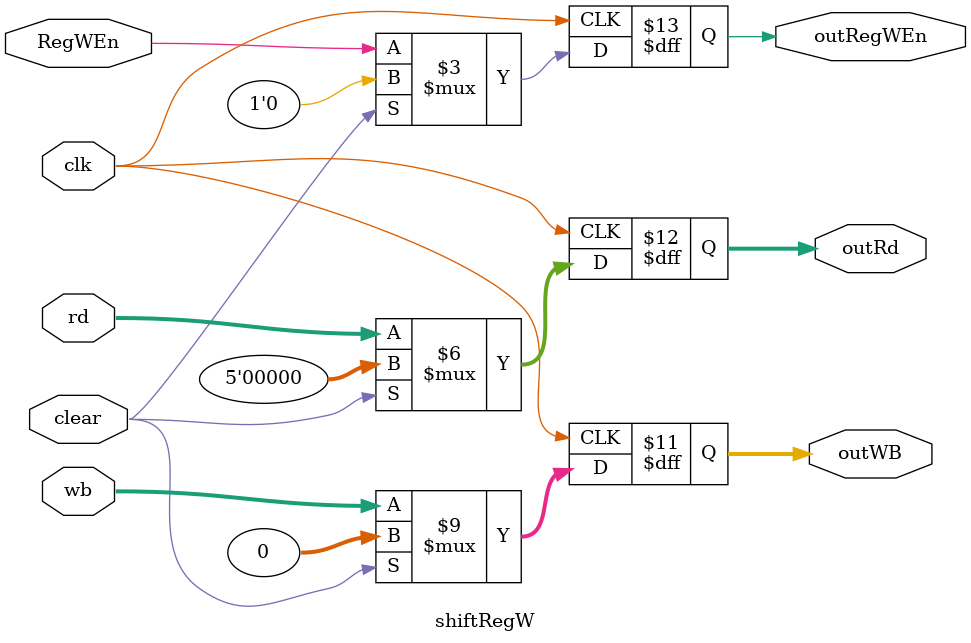
<source format=v>
module shiftRegW(
input [31:0] wb,
input [4:0] rd,
input RegWEn,
input clear,
input clk,
output reg [31:0] outWB,
output reg [4:0] outRd,
output reg outRegWEn
);

always @(posedge clk) begin 
if (clear) begin
	outWB = 0;
	outRd = 0;
	outRegWEn = 0;
end
else begin
	outWB = wb;
	outRd = rd;
	outRegWEn = RegWEn;
end
end

endmodule 
</source>
